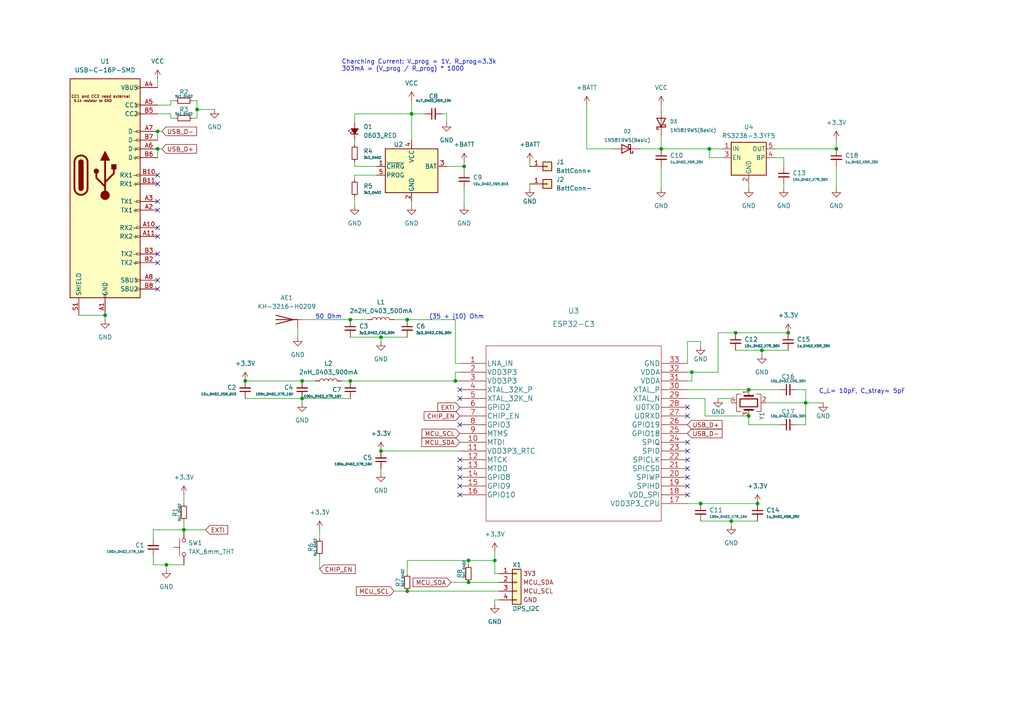
<source format=kicad_sch>
(kicad_sch (version 20211123) (generator eeschema)
  (paper "A4")
  (lib_symbols
    (symbol "1_diodes:1N5819WS(Basic)" (pin_numbers hide) (pin_names (offset 1.016) hide)
      (property "Reference" "D" (at 1 -1 0))
      (property "Value" "1N5819WS(Basic)" (at 1 -1 0))
      (symbol "1N5819WS(Basic)_1_1"
        (pin passive line (at -3.81 0 0) (length 2.54) (name "K") (number "1"))
        (pin passive line (at 3.81 0 180) (length 2.54) (name "A") (number "2"))
      )
    )
    (symbol "1_switch:TAK_6mm_THT" (pin_numbers hide) (pin_names (offset 1.016) hide)
      (property "Reference" "SW" (at 1.27 2.54 0))
      (property "Value" "TAK_6mm_THT" (at 0 -3.175 0))
      (symbol "TAK_6mm_THT_0_0"
        (pin passive line (at -5.08 0 0) (length 2.54) (name "2") (number "1"))
        (pin passive line (at 5.08 0 180) (length 2.54) (name "4") (number "2"))
      )
      (symbol "TAK_6mm_THT_0_1"
        (pin passive line (at -5.08 0 0) (length 2.54) (name "1") (number "1"))
        (pin passive line (at 5.08 0 180) (length 2.54) (name "3") (number "2"))
      )
    )
    (symbol "Connector_Generic:Conn_01x01" (pin_names (offset 1.016) hide)
      (property "Reference" "J" (at 0 2.54 0))
      (property "Value" "Conn_01x01" (at 0 -2.54 0))
      (symbol "Conn_01x01_1_1"
        (pin passive line (at -5.08 0 0) (length 3.81) (name "Pin_1") (number "1"))
      )
    )
    (symbol "DPS_connectors:DPS_I2C" (pin_names (offset 1.016) hide)
      (property "Reference" "J" (at 0 5.08 0))
      (property "Value" "DPS_I2C" (at 0 -7.62 0))
      (symbol "DPS_I2C_0_0"
        (text "3V3" (at 1.905 2.54 0) (effects (font (size 1.27 1.27)) (justify left)))
        (text "GND" (at 1.905 -5.08 0) (effects (font (size 1.27 1.27)) (justify left)))
        (text "MCU_SCL" (at 1.905 -2.54 0) (effects (font (size 1.27 1.27)) (justify left)))
        (text "MCU_SDA" (at 1.905 0 0) (effects (font (size 1.27 1.27)) (justify left)))
      )
      (symbol "DPS_I2C_1_1"
        (pin passive line (at -5.08 2.54 0) (length 3.81) (name "Pin_1") (number "1"))
        (pin passive line (at -5.08 0 0) (length 3.81) (name "Pin_2") (number "2"))
        (pin passive line (at -5.08 -2.54 0) (length 3.81) (name "Pin_3") (number "3"))
        (pin passive line (at -5.08 -5.08 0) (length 3.81) (name "Pin_4") (number "4"))
      )
    )
    (symbol "DPS_connectors:USB-C-16P-SMD"
      (property "Reference" "U" (at 0 36.83 0))
      (property "Value" "USB-C-16P-SMD" (at 0 34.29 0))
      (symbol "USB-C-16P-SMD_0_0"
        (text " 5.1k resistor to GND" (at -3.81 26.67 0) (effects (font (size 0.7 0.7))))
        (text "CC1 and CC2 need external" (at -1.27 27.94 0) (effects (font (size 0.8 0.8))))
      )
      (symbol "USB-C-16P-SMD_1_1"
        (pin passive line (at 0 -35.56 90) (length 5.08) (name "GND") (number "A1"))
        (pin bidirectional line (at 15.24 -10.16 180) (length 5.08) (name "RX2-") (number "A10"))
        (pin bidirectional line (at 15.24 -12.7 180) (length 5.08) (name "RX2+") (number "A11"))
        (pin passive line (at 0 -35.56 90) (length 5.08) hide (name "GND") (number "A12"))
        (pin bidirectional line (at 15.24 -5.08 180) (length 5.08) (name "TX1+") (number "A2"))
        (pin bidirectional line (at 15.24 -2.54 180) (length 5.08) (name "TX1-") (number "A3"))
        (pin passive line (at 15.24 30.48 180) (length 5.08) (name "VBUS") (number "A4"))
        (pin bidirectional line (at 15.24 25.4 180) (length 5.08) (name "CC1") (number "A5"))
        (pin bidirectional line (at 15.24 12.7 180) (length 5.08) (name "D+") (number "A6"))
        (pin bidirectional line (at 15.24 17.78 180) (length 5.08) (name "D-") (number "A7"))
        (pin bidirectional line (at 15.24 -25.4 180) (length 5.08) (name "SBU1") (number "A8"))
        (pin passive line (at 15.24 30.48 180) (length 5.08) hide (name "VBUS") (number "A9"))
        (pin passive line (at 0 -35.56 90) (length 5.08) hide (name "GND") (number "B1"))
        (pin bidirectional line (at 15.24 5.08 180) (length 5.08) (name "RX1-") (number "B10"))
        (pin bidirectional line (at 15.24 2.54 180) (length 5.08) (name "RX1+") (number "B11"))
        (pin passive line (at 0 -35.56 90) (length 5.08) hide (name "GND") (number "B12"))
        (pin bidirectional line (at 15.24 -20.32 180) (length 5.08) (name "TX2+") (number "B2"))
        (pin bidirectional line (at 15.24 -17.78 180) (length 5.08) (name "TX2-") (number "B3"))
        (pin passive line (at 15.24 30.48 180) (length 5.08) hide (name "VBUS") (number "B4"))
        (pin bidirectional line (at 15.24 22.86 180) (length 5.08) (name "CC2") (number "B5"))
        (pin bidirectional line (at 15.24 10.16 180) (length 5.08) (name "D+") (number "B6"))
        (pin bidirectional line (at 15.24 15.24 180) (length 5.08) (name "D-") (number "B7"))
        (pin bidirectional line (at 15.24 -27.94 180) (length 5.08) (name "SBU2") (number "B8"))
        (pin passive line (at 15.24 30.48 180) (length 5.08) hide (name "VBUS") (number "B9"))
        (pin passive line (at -7.62 -35.56 90) (length 5.08) (name "SHIELD") (number "S1"))
      )
    )
    (symbol "ESP32-C3:ESP32-C3" (pin_names (offset 0.254))
      (property "Reference" "U" (at 33.02 10.16 0))
      (property "Value" "ESP32-C3" (at 33.02 7.62 0))
      (property "Footprint" "ESP32-C3:ESP32-C3" (at 33.02 6.096 0))
      (symbol "ESP32-C3_1_1"
        (pin bidirectional line (at 0 0 0) (length 7.62) (name "LNA_IN") (number "1"))
        (pin bidirectional line (at 0 -22.86 0) (length 7.62) (name "MTDI") (number "10"))
        (pin power_in line (at 0 -25.4 0) (length 7.62) (name "VDD3P3_RTC") (number "11"))
        (pin bidirectional line (at 0 -27.94 0) (length 7.62) (name "MTCK") (number "12"))
        (pin bidirectional line (at 0 -30.48 0) (length 7.62) (name "MTDO") (number "13"))
        (pin bidirectional line (at 0 -33.02 0) (length 7.62) (name "GPIO8") (number "14"))
        (pin bidirectional line (at 0 -35.56 0) (length 7.62) (name "GPIO9") (number "15"))
        (pin bidirectional line (at 0 -38.1 0) (length 7.62) (name "GPIO10") (number "16"))
        (pin power_in line (at 66.04 -40.64 180) (length 7.62) (name "VDD3P3_CPU") (number "17"))
        (pin power_in line (at 66.04 -38.1 180) (length 7.62) (name "VDD_SPI") (number "18"))
        (pin bidirectional line (at 66.04 -35.56 180) (length 7.62) (name "SPIHD") (number "19"))
        (pin power_in line (at 0 -2.54 0) (length 7.62) (name "VDD3P3") (number "2"))
        (pin bidirectional line (at 66.04 -33.02 180) (length 7.62) (name "SPIWP") (number "20"))
        (pin bidirectional line (at 66.04 -30.48 180) (length 7.62) (name "SPICS0") (number "21"))
        (pin bidirectional line (at 66.04 -27.94 180) (length 7.62) (name "SPICLK") (number "22"))
        (pin bidirectional line (at 66.04 -25.4 180) (length 7.62) (name "SPID") (number "23"))
        (pin bidirectional line (at 66.04 -22.86 180) (length 7.62) (name "SPIQ") (number "24"))
        (pin bidirectional line (at 66.04 -20.32 180) (length 7.62) (name "GPIO18") (number "25"))
        (pin bidirectional line (at 66.04 -17.78 180) (length 7.62) (name "GPIO19") (number "26"))
        (pin bidirectional line (at 66.04 -15.24 180) (length 7.62) (name "U0RXD") (number "27"))
        (pin bidirectional line (at 66.04 -12.7 180) (length 7.62) (name "U0TXD") (number "28"))
        (pin output line (at 66.04 -10.16 180) (length 7.62) (name "XTAL_N") (number "29"))
        (pin power_in line (at 0 -5.08 0) (length 7.62) (name "VDD3P3") (number "3"))
        (pin input line (at 66.04 -7.62 180) (length 7.62) (name "XTAL_P") (number "30"))
        (pin power_in line (at 66.04 -5.08 180) (length 7.62) (name "VDDA") (number "31"))
        (pin power_in line (at 66.04 -2.54 180) (length 7.62) (name "VDDA") (number "32"))
        (pin power_in line (at 66.04 0 180) (length 7.62) (name "GND") (number "33"))
        (pin bidirectional line (at 0 -7.62 0) (length 7.62) (name "XTAL_32K_P") (number "4"))
        (pin bidirectional line (at 0 -10.16 0) (length 7.62) (name "XTAL_32K_N") (number "5"))
        (pin bidirectional line (at 0 -12.7 0) (length 7.62) (name "GPIO2") (number "6"))
        (pin input line (at 0 -15.24 0) (length 7.62) (name "CHIP_EN") (number "7"))
        (pin bidirectional line (at 0 -17.78 0) (length 7.62) (name "GPIO3") (number "8"))
        (pin bidirectional line (at 0 -20.32 0) (length 7.62) (name "MTMS") (number "9"))
      )
    )
    (symbol "ESP32-C3_Bib:10p_0402_C0G_50V" (pin_numbers hide) (pin_names (offset 0.254) hide)
      (property "Reference" "C" (at 0.254 1.778 0))
      (property "Value" "10p_0402_C0G_50V" (at 0.254 -2.032 0))
      (symbol "10p_0402_C0G_50V_1_1"
        (pin passive line (at 0 2.54 270) (length 2.032) (name "~") (number "1"))
        (pin passive line (at 0 -2.54 90) (length 2.032) (name "~") (number "2"))
      )
    )
    (symbol "ESP32-C3_Bib:2n2H_0403_500mA" (pin_numbers hide) (pin_names (offset 1.016) hide)
      (property "Reference" "L" (at -1.27 0 90))
      (property "Value" "2n2H_0403_500mA" (at 1.905 0 90))
      (symbol "2n2H_0403_500mA_1_1"
        (pin passive line (at 0 3.81 270) (length 1.27) (name "1") (number "1"))
        (pin passive line (at 0 -3.81 90) (length 1.27) (name "2") (number "2"))
      )
    )
    (symbol "ESP32-C3_Bib:2nH_0403_900mA" (pin_numbers hide) (pin_names (offset 1.016) hide)
      (property "Reference" "L" (at -1.27 0 90))
      (property "Value" "2nH_0403_900mA" (at 1.905 0 90))
      (symbol "2nH_0403_900mA_1_1"
        (pin passive line (at 0 3.81 270) (length 1.27) (name "1") (number "1"))
        (pin passive line (at 0 -3.81 90) (length 1.27) (name "2") (number "2"))
      )
    )
    (symbol "ESP32-C3_Bib:3p3_0402_C0G_50V" (pin_numbers hide) (pin_names (offset 0.254) hide)
      (property "Reference" "C" (at 0.254 1.778 0))
      (property "Value" "3p3_0402_C0G_50V" (at 0.254 -2.032 0))
      (symbol "3p3_0402_C0G_50V_1_1"
        (pin passive line (at 0 2.54 270) (length 2.032) (name "~") (number "1"))
        (pin passive line (at 0 -2.54 90) (length 2.032) (name "~") (number "2"))
      )
    )
    (symbol "ESP32-C3_Bib:40MHz_S3240000151040" (pin_names (offset 1.016) hide)
      (property "Reference" "Y" (at 3.175 5.08 0))
      (property "Value" "40MHz_S3240000151040" (at 3.175 3.175 0))
      (symbol "40MHz_S3240000151040_1_1"
        (pin bidirectional line (at -3.81 0 0) (length 1.27) (name "OSC1") (number "1"))
        (pin power_in line (at 0 5.08 270) (length 1.27) (name "GND") (number "2"))
        (pin bidirectional line (at 3.81 0 180) (length 1.27) (name "OSC2") (number "3"))
        (pin power_in line (at 0 -5.08 90) (length 1.27) (name "GND") (number "4"))
      )
    )
    (symbol "ESP32-C3_Bib:4u7_0402_X5R_10V" (pin_numbers hide) (pin_names (offset 0.254) hide)
      (property "Reference" "C" (at 0.254 1.778 0))
      (property "Value" "4u7_0402_X5R_10V" (at 0.254 -2.032 0))
      (symbol "4u7_0402_X5R_10V_1_1"
        (pin passive line (at 0 2.54 270) (length 2.032) (name "~") (number "1"))
        (pin passive line (at 0 -2.54 90) (length 2.032) (name "~") (number "2"))
      )
    )
    (symbol "ESP32-C3_Bib:KH-3216-H0209" (pin_numbers hide) (pin_names (offset 1.016) hide)
      (property "Reference" "AE" (at -1.905 1.905 0))
      (property "Value" "KH-3216-H0209" (at -1.905 0 0))
      (symbol "KH-3216-H0209_0_0"
        (pin power_in line (at 2.54 -3.81 180) (length 2.54) (name "GND") (number "2"))
      )
      (symbol "KH-3216-H0209_1_1"
        (pin input line (at 0 -5.08 90) (length 2.54) (name "A") (number "1"))
      )
    )
    (symbol "ESP32-C3_Bib:RS3236-3.3YF5" (pin_names (offset 0.254))
      (property "Reference" "U" (at -3.81 5.715 0))
      (property "Value" "RS3236-3.3YF5" (at 0 5.715 0))
      (property "LCSC" "C379349" (at 0 0 0))
      (symbol "RS3236-3.3YF5_1_1"
        (pin power_in line (at -7.62 2.54 0) (length 2.54) (name "IN") (number "1"))
        (pin power_in line (at 0 -7.62 90) (length 2.54) (name "GND") (number "2"))
        (pin input line (at -7.62 0 0) (length 2.54) (name "EN") (number "3"))
        (pin output line (at 7.62 0 180) (length 2.54) (name "BP") (number "4"))
        (pin power_out line (at 7.62 2.54 180) (length 2.54) (name "OUT") (number "5"))
      )
    )
    (symbol "ESP32-C3_Bib:XT4052K421MR-G" (pin_names (offset 0.254))
      (property "Reference" "U" (at -5.842 6.604 0))
      (property "Value" "XT4052K421MR-G" (at 1.524 6.604 0))
      (property "LCSC" "C219048" (at 0 0 0))
      (symbol "XT4052K421MR-G_1_1"
        (pin open_collector line (at -10.16 0 0) (length 2.54) (name "~{CHRG}") (number "1"))
        (pin power_in line (at 0 -10.16 90) (length 2.54) (name "GND") (number "2"))
        (pin power_out line (at 10.16 0 180) (length 2.54) (name "BAT") (number "3"))
        (pin power_in line (at 0 7.62 270) (length 2.54) (name "VCC") (number "4"))
        (pin bidirectional line (at -10.16 -2.54 0) (length 2.54) (name "PROG") (number "5"))
      )
    )
    (symbol "capacitor_smd_standard:100n_0402_X7R_16V" (pin_numbers hide) (pin_names (offset 0.254) hide)
      (property "Reference" "C" (at 0.254 1.778 0))
      (property "Value" "100n_0402_X7R_16V" (at 0.254 -2.032 0))
      (symbol "100n_0402_X7R_16V_1_1"
        (pin passive line (at 0 2.54 270) (length 2.032) (name "~") (number "1"))
        (pin passive line (at 0 -2.54 90) (length 2.032) (name "~") (number "2"))
      )
    )
    (symbol "capacitor_smd_standard:10n_0402_X7R_50V" (pin_numbers hide) (pin_names (offset 0.254) hide)
      (property "Reference" "C" (at 0.254 1.778 0))
      (property "Value" "10n_0402_X7R_50V" (at 0.254 -2.032 0))
      (symbol "10n_0402_X7R_50V_1_1"
        (pin passive line (at 0 2.54 270) (length 2.032) (name "~") (number "1"))
        (pin passive line (at 0 -2.54 90) (length 2.032) (name "~") (number "2"))
      )
    )
    (symbol "capacitor_smd_standard:10u_0402_X5R_6V3" (pin_numbers hide) (pin_names (offset 0.254) hide)
      (property "Reference" "C" (at 0.254 1.778 0))
      (property "Value" "10u_0402_X5R_6V3" (at 0.254 -2.032 0))
      (symbol "10u_0402_X5R_6V3_1_1"
        (pin passive line (at 0 2.54 270) (length 2.032) (name "~") (number "1"))
        (pin passive line (at 0 -2.54 90) (length 2.032) (name "~") (number "2"))
      )
    )
    (symbol "capacitor_smd_standard:1u_0402_X5R_25V" (pin_numbers hide) (pin_names (offset 0.254) hide)
      (property "Reference" "C" (at 0.254 1.778 0))
      (property "Value" "1u_0402_X5R_25V" (at 0.254 -2.032 0))
      (symbol "1u_0402_X5R_25V_1_1"
        (pin passive line (at 0 2.54 270) (length 2.032) (name "~") (number "1"))
        (pin passive line (at 0 -2.54 90) (length 2.032) (name "~") (number "2"))
      )
    )
    (symbol "led:0603_RED" (pin_numbers hide) (pin_names (offset 0.254) hide)
      (property "Reference" "D" (at -1.27 3.175 0))
      (property "Value" "0603_RED" (at -4.445 -2.54 0))
      (symbol "0603_RED_1_1"
        (pin passive line (at -2.54 0 0) (length 1.778) (name "K") (number "1"))
        (pin passive line (at 2.54 0 180) (length 1.778) (name "A") (number "2"))
      )
    )
    (symbol "power:+3.3V" (power) (pin_names (offset 0))
      (property "Value" "+3.3V" (at 0 3.556 0))
      (symbol "+3.3V_1_1"
        (pin power_in line (at 0 0 90) (length 0) hide (name "+3.3V") (number "1"))
      )
    )
    (symbol "power:+BATT" (power) (pin_names (offset 0))
      (property "Value" "+BATT" (at 0 3.556 0))
      (symbol "+BATT_1_1"
        (pin power_in line (at 0 0 90) (length 0) hide (name "+BATT") (number "1"))
      )
    )
    (symbol "power:GND" (power) (pin_names (offset 0))
      (property "Value" "GND" (at 0 -3.81 0))
      (symbol "GND_1_1"
        (pin power_in line (at 0 0 270) (length 0) hide (name "GND") (number "1"))
      )
    )
    (symbol "power:VCC" (power) (pin_names (offset 0))
      (property "Value" "VCC" (at 0 3.81 0))
      (symbol "VCC_1_1"
        (pin power_in line (at 0 0 90) (length 0) hide (name "VCC") (number "1"))
      )
    )
    (symbol "resistor_smd_standard:3k3_0402" (pin_numbers hide) (pin_names (offset 0.254) hide)
      (property "Reference" "R" (at 1.27 1.27 0))
      (property "Value" "3k3_0402" (at 1.27 0 0))
      (symbol "3k3_0402_1_1"
        (pin passive line (at 0 2.54 270) (length 0.762) (name "~") (number "1"))
        (pin passive line (at 0 -2.54 90) (length 0.762) (name "~") (number "2"))
      )
    )
    (symbol "resistor_smd_standard:5k1_0402" (pin_numbers hide) (pin_names (offset 0.254) hide)
      (property "Reference" "R" (at 1.27 1.27 0))
      (property "Value" "5k1_0402" (at 1.27 0 0))
      (symbol "5k1_0402_1_1"
        (pin passive line (at 0 2.54 270) (length 0.762) (name "~") (number "1"))
        (pin passive line (at 0 -2.54 90) (length 0.762) (name "~") (number "2"))
      )
    )
  )
  (junction (at 217.17 120.65))
  (junction (at 119.38 33.02))
  (junction (at 217.17 113.03))
  (junction (at 242.57 43.18))
  (junction (at 118.11 92.71))
  (junction (at 87.63 110.49))
  (junction (at 30.48 91.44))
  (junction (at 132.08 110.49))
  (junction (at 71.12 110.49))
  (junction (at 135.89 162.56))
  (junction (at 48.26 163.83))
  (junction (at 205.74 43.18))
  (junction (at 45.72 43.18))
  (junction (at 135.89 168.91))
  (junction (at 110.49 97.79))
  (junction (at 134.62 48.26))
  (junction (at 57.15 31.75))
  (junction (at 118.11 171.45))
  (junction (at 200.66 107.95))
  (junction (at 213.36 96.52))
  (junction (at 219.71 146.05))
  (junction (at 228.6 96.52))
  (junction (at 143.51 162.56))
  (junction (at 101.6 92.71))
  (junction (at 53.34 153.67))
  (junction (at 110.49 130.81))
  (junction (at 203.2 146.05))
  (junction (at 220.98 101.6))
  (junction (at 87.63 115.57))
  (junction (at 233.68 116.84))
  (junction (at 212.09 151.13))
  (junction (at 101.6 110.49))
  (junction (at 191.77 43.18))
  (junction (at 45.72 38.1))
  (no_connect (at 199.39 140.97))
  (no_connect (at 199.39 143.51))
  (no_connect (at 199.39 133.35))
  (no_connect (at 199.39 135.89))
  (no_connect (at 199.39 138.43))
  (no_connect (at 199.39 118.11))
  (no_connect (at 199.39 130.81))
  (no_connect (at 199.39 120.65))
  (no_connect (at 199.39 128.27))
  (no_connect (at 133.35 115.57))
  (no_connect (at 133.35 133.35))
  (no_connect (at 133.35 123.19))
  (no_connect (at 133.35 135.89))
  (no_connect (at 133.35 138.43))
  (no_connect (at 133.35 140.97))
  (no_connect (at 133.35 143.51))
  (no_connect (at 133.35 113.03))
  (no_connect (at 45.72 66.04))
  (no_connect (at 45.72 68.58))
  (no_connect (at 45.72 73.66))
  (no_connect (at 45.72 76.2))
  (no_connect (at 45.72 58.42))
  (no_connect (at 45.72 60.96))
  (no_connect (at 45.72 81.28))
  (no_connect (at 45.72 83.82))
  (no_connect (at 45.72 53.34))
  (no_connect (at 45.72 50.8))
  (wire (pts (xy 129.54 33.02) (xy 128.27 33.02)))
  (wire (pts (xy 199.39 107.95) (xy 200.66 107.95)))
  (wire (pts (xy 212.09 116.84) (xy 212.09 115.57)))
  (wire (pts (xy 102.87 48.26) (xy 102.87 46.99)))
  (wire (pts (xy 220.98 101.6) (xy 228.6 101.6)))
  (wire (pts (xy 129.54 48.26) (xy 134.62 48.26)))
  (wire (pts (xy 102.87 50.8) (xy 102.87 52.07)))
  (wire (pts (xy 22.86 91.44) (xy 30.48 91.44)))
  (wire (pts (xy 57.15 29.21) (xy 57.15 31.75)))
  (wire (pts (xy 231.14 113.03) (xy 233.68 113.03)))
  (wire (pts (xy 87.63 115.57) (xy 101.6 115.57)))
  (wire (pts (xy 132.08 110.49) (xy 133.35 110.49)))
  (wire (pts (xy 204.47 120.65) (xy 217.17 120.65)))
  (wire (pts (xy 134.62 54.61) (xy 134.62 59.69)))
  (wire (pts (xy 242.57 40.64) (xy 242.57 43.18)))
  (wire (pts (xy 102.87 40.64) (xy 102.87 41.91)))
  (wire (pts (xy 53.34 151.13) (xy 53.34 153.67)))
  (wire (pts (xy 132.08 92.71) (xy 132.08 105.41)))
  (wire (pts (xy 101.6 97.79) (xy 110.49 97.79)))
  (wire (pts (xy 86.36 95.25) (xy 86.36 97.79)))
  (wire (pts (xy 204.47 120.65) (xy 204.47 115.57)))
  (wire (pts (xy 119.38 33.02) (xy 119.38 40.64)))
  (wire (pts (xy 135.89 162.56) (xy 135.89 163.83)))
  (wire (pts (xy 44.45 163.83) (xy 48.26 163.83)))
  (wire (pts (xy 110.49 97.79) (xy 118.11 97.79)))
  (wire (pts (xy 48.26 163.83) (xy 53.34 163.83)))
  (wire (pts (xy 129.54 33.02) (xy 129.54 35.56)))
  (wire (pts (xy 92.71 153.67) (xy 92.71 156.21)))
  (wire (pts (xy 57.15 31.75) (xy 62.23 31.75)))
  (wire (pts (xy 217.17 54.61) (xy 217.17 53.34)))
  (wire (pts (xy 208.28 96.52) (xy 213.36 96.52)))
  (wire (pts (xy 134.62 48.26) (xy 134.62 49.53)))
  (wire (pts (xy 119.38 29.21) (xy 119.38 33.02)))
  (wire (pts (xy 114.3 171.45) (xy 118.11 171.45)))
  (wire (pts (xy 101.6 92.71) (xy 106.68 92.71)))
  (wire (pts (xy 170.18 43.18) (xy 177.8 43.18)))
  (wire (pts (xy 199.39 113.03) (xy 217.17 113.03)))
  (wire (pts (xy 57.15 31.75) (xy 57.15 34.29)))
  (wire (pts (xy 92.71 161.29) (xy 92.71 165.1)))
  (wire (pts (xy 144.78 166.37) (xy 143.51 166.37)))
  (wire (pts (xy 101.6 110.49) (xy 132.08 110.49)))
  (wire (pts (xy 87.63 110.49) (xy 91.44 110.49)))
  (wire (pts (xy 114.3 92.71) (xy 118.11 92.71)))
  (wire (pts (xy 110.49 130.81) (xy 133.35 130.81)))
  (wire (pts (xy 99.06 110.49) (xy 101.6 110.49)))
  (wire (pts (xy 199.39 105.41) (xy 199.39 99.06)))
  (wire (pts (xy 119.38 58.42) (xy 119.38 59.69)))
  (wire (pts (xy 224.79 43.18) (xy 242.57 43.18)))
  (wire (pts (xy 45.72 33.02) (xy 49.53 33.02)))
  (wire (pts (xy 153.67 46.99) (xy 153.67 48.26)))
  (wire (pts (xy 204.47 115.57) (xy 199.39 115.57)))
  (wire (pts (xy 134.62 46.99) (xy 134.62 48.26)))
  (wire (pts (xy 224.79 45.72) (xy 227.33 45.72)))
  (wire (pts (xy 199.39 99.06) (xy 203.2 99.06)))
  (wire (pts (xy 220.98 101.6) (xy 220.98 102.87)))
  (wire (pts (xy 199.39 110.49) (xy 200.66 110.49)))
  (wire (pts (xy 102.87 35.56) (xy 102.87 33.02)))
  (wire (pts (xy 45.72 25.4) (xy 45.72 22.86)))
  (wire (pts (xy 102.87 33.02) (xy 119.38 33.02)))
  (wire (pts (xy 205.74 45.72) (xy 205.74 43.18)))
  (wire (pts (xy 231.14 123.19) (xy 233.68 123.19)))
  (wire (pts (xy 45.72 43.18) (xy 45.72 45.72)))
  (wire (pts (xy 135.89 168.91) (xy 144.78 168.91)))
  (wire (pts (xy 212.09 115.57) (xy 208.28 115.57)))
  (wire (pts (xy 44.45 161.29) (xy 44.45 163.83)))
  (wire (pts (xy 217.17 120.65) (xy 217.17 123.19)))
  (wire (pts (xy 53.34 143.51) (xy 53.34 146.05)))
  (wire (pts (xy 233.68 113.03) (xy 233.68 116.84)))
  (wire (pts (xy 227.33 53.34) (xy 227.33 54.61)))
  (wire (pts (xy 217.17 113.03) (xy 226.06 113.03)))
  (wire (pts (xy 87.63 92.71) (xy 101.6 92.71)))
  (wire (pts (xy 203.2 99.06) (xy 203.2 100.33)))
  (wire (pts (xy 170.18 30.48) (xy 170.18 43.18)))
  (wire (pts (xy 110.49 97.79) (xy 110.49 99.06)))
  (wire (pts (xy 227.33 45.72) (xy 227.33 48.26)))
  (wire (pts (xy 144.78 173.99) (xy 143.51 173.99)))
  (wire (pts (xy 49.53 33.02) (xy 49.53 34.29)))
  (wire (pts (xy 133.35 107.95) (xy 132.08 107.95)))
  (wire (pts (xy 55.88 34.29) (xy 57.15 34.29)))
  (wire (pts (xy 209.55 45.72) (xy 205.74 45.72)))
  (wire (pts (xy 143.51 160.02) (xy 143.51 162.56)))
  (wire (pts (xy 48.26 163.83) (xy 48.26 165.1)))
  (wire (pts (xy 191.77 43.18) (xy 205.74 43.18)))
  (wire (pts (xy 191.77 30.48) (xy 191.77 31.75)))
  (wire (pts (xy 71.12 115.57) (xy 87.63 115.57)))
  (wire (pts (xy 71.12 110.49) (xy 87.63 110.49)))
  (wire (pts (xy 45.72 38.1) (xy 46.99 38.1)))
  (wire (pts (xy 130.81 168.91) (xy 135.89 168.91)))
  (wire (pts (xy 110.49 135.89) (xy 110.49 137.16)))
  (wire (pts (xy 143.51 173.99) (xy 143.51 175.26)))
  (wire (pts (xy 102.87 57.15) (xy 102.87 59.69)))
  (wire (pts (xy 233.68 123.19) (xy 233.68 116.84)))
  (wire (pts (xy 119.38 33.02) (xy 123.19 33.02)))
  (wire (pts (xy 203.2 151.13) (xy 212.09 151.13)))
  (wire (pts (xy 212.09 151.13) (xy 212.09 152.4)))
  (wire (pts (xy 87.63 115.57) (xy 87.63 116.84)))
  (wire (pts (xy 212.09 151.13) (xy 219.71 151.13)))
  (wire (pts (xy 118.11 92.71) (xy 132.08 92.71)))
  (wire (pts (xy 135.89 162.56) (xy 143.51 162.56)))
  (wire (pts (xy 44.45 153.67) (xy 53.34 153.67)))
  (wire (pts (xy 153.67 53.34) (xy 153.67 54.61)))
  (wire (pts (xy 213.36 101.6) (xy 220.98 101.6)))
  (wire (pts (xy 49.53 29.21) (xy 50.8 29.21)))
  (wire (pts (xy 109.22 48.26) (xy 102.87 48.26)))
  (wire (pts (xy 191.77 39.37) (xy 191.77 43.18)))
  (wire (pts (xy 132.08 107.95) (xy 132.08 110.49)))
  (wire (pts (xy 203.2 146.05) (xy 219.71 146.05)))
  (wire (pts (xy 233.68 116.84) (xy 238.76 116.84)))
  (wire (pts (xy 118.11 162.56) (xy 135.89 162.56)))
  (wire (pts (xy 45.72 38.1) (xy 45.72 40.64)))
  (wire (pts (xy 205.74 43.18) (xy 209.55 43.18)))
  (wire (pts (xy 191.77 48.26) (xy 191.77 54.61)))
  (wire (pts (xy 55.88 29.21) (xy 57.15 29.21)))
  (wire (pts (xy 143.51 162.56) (xy 143.51 166.37)))
  (wire (pts (xy 242.57 48.26) (xy 242.57 54.61)))
  (wire (pts (xy 45.72 43.18) (xy 46.99 43.18)))
  (wire (pts (xy 53.34 153.67) (xy 59.69 153.67)))
  (wire (pts (xy 118.11 171.45) (xy 144.78 171.45)))
  (wire (pts (xy 118.11 166.37) (xy 118.11 162.56)))
  (wire (pts (xy 45.72 30.48) (xy 49.53 30.48)))
  (wire (pts (xy 185.42 43.18) (xy 191.77 43.18)))
  (wire (pts (xy 49.53 30.48) (xy 49.53 29.21)))
  (wire (pts (xy 200.66 110.49) (xy 200.66 107.95)))
  (wire (pts (xy 132.08 105.41) (xy 133.35 105.41)))
  (wire (pts (xy 44.45 156.21) (xy 44.45 153.67)))
  (wire (pts (xy 213.36 96.52) (xy 228.6 96.52)))
  (wire (pts (xy 222.25 116.84) (xy 233.68 116.84)))
  (wire (pts (xy 208.28 107.95) (xy 208.28 96.52)))
  (wire (pts (xy 102.87 50.8) (xy 109.22 50.8)))
  (wire (pts (xy 200.66 107.95) (xy 208.28 107.95)))
  (wire (pts (xy 30.48 91.44) (xy 30.48 92.71)))
  (wire (pts (xy 199.39 146.05) (xy 203.2 146.05)))
  (wire (pts (xy 217.17 123.19) (xy 226.06 123.19)))
  (wire (pts (xy 49.53 34.29) (xy 50.8 34.29)))
  (text "Charching Current: V_prog = 1V, R_prog=3.3k \n303mA = (V_prog / R_prog) * 1000\n\n" (at 99.06 22.86 0) (effects (font (size 1.27 1.27)) (justify left bottom)))
  (text "50 Ohm\n" (at 91.44 92.71 0) (effects (font (size 1.27 1.27)) (justify left bottom)))
  (text "(35 + j10) Ohm" (at 124.46 92.71 0) (effects (font (size 1.27 1.27)) (justify left bottom)))
  (text "C_L= 10pF, C_stray= 5pF" (at 237.49 114.3 0) (effects (font (size 1.27 1.27)) (justify left bottom)))
  (global_label "MCU_SCL" (shape input) (at 114.3 171.45 180) (property "Intersheet References" "${INTERSHEET_REFS}" (effects hide)))
  (global_label "MCU_SCL" (shape input) (at 133.35 125.73 180) (property "Intersheet References" "${INTERSHEET_REFS}" (effects hide)))
  (global_label "USB_D-" (shape input) (at 46.99 38.1 0) (property "Intersheet References" "${INTERSHEET_REFS}" (effects hide)))
  (global_label "USB_D-" (shape input) (at 199.39 125.73 0) (property "Intersheet References" "${INTERSHEET_REFS}" (effects hide)))
  (global_label "EXTI" (shape input) (at 59.69 153.67 0) (property "Intersheet References" "${INTERSHEET_REFS}" (effects hide)))
  (global_label "EXTI" (shape input) (at 133.35 118.11 180) (property "Intersheet References" "${INTERSHEET_REFS}" (effects hide)))
  (global_label "USB_D+" (shape input) (at 46.99 43.18 0) (property "Intersheet References" "${INTERSHEET_REFS}" (effects hide)))
  (global_label "MCU_SDA" (shape input) (at 133.35 128.27 180) (property "Intersheet References" "${INTERSHEET_REFS}" (effects hide)))
  (global_label "USB_D+" (shape input) (at 199.39 123.19 0) (property "Intersheet References" "${INTERSHEET_REFS}" (effects hide)))
  (global_label "MCU_SDA" (shape input) (at 130.81 168.91 180) (property "Intersheet References" "${INTERSHEET_REFS}" (effects hide)))
  (global_label "CHIP_EN" (shape input) (at 133.35 120.65 180) (property "Intersheet References" "${INTERSHEET_REFS}" (effects hide)))
  (global_label "CHIP_EN" (shape input) (at 92.71 165.1 0) (property "Intersheet References" "${INTERSHEET_REFS}" (effects hide)))
  (symbol (lib_id "ESP32-C3_Bib:10p_0402_C0G_50V") (at 228.6 113.03 90) (unit 1)
    (property "Reference" "C16" (at 228.6 109.22 90))
    (property "Value" "10p_0402_C0G_50V" (at 228.6 110.49 90) (effects (font (size 0.7 0.7))))
    (property "Footprint" "Capacitor_SMD:C_0402_1005Metric" (effects hide))
    (property "Datasheet" "https://datasheet.lcsc.com/lcsc/1810261513_Samsung-Electro-Mechanics-CL10C100JB8NNNC_C1634.pdf" (effects hide))
    (property "LCSC" "C1634" (effects hide))
    (property "Price800" "0.0037" (effects hide))
  )
  (symbol (lib_id "power:GND") (at 110.49 137.16 0) (unit 1)
    (property "Reference" "#PWR09" (effects hide))
    (property "Value" "GND" (at 110.49 142.24 0))
  )
  (symbol (lib_id "power:+3.3V") (at 228.6 96.52 0) (unit 1)
    (property "Reference" "#PWR033" (effects hide))
    (property "Value" "+3.3V" (at 228.6 91.44 0))
  )
  (symbol (lib_id "power:+3.3V") (at 143.51 160.02 0) (unit 1)
    (property "Reference" "#PWR035" (effects hide))
    (property "Value" "+3.3V" (at 143.51 154.94 0))
  )
  (symbol (lib_id "capacitor_smd_standard:100n_0402_X7R_16V") (at 87.63 113.03 0) (mirror x) (unit 1)
    (property "Reference" "C4" (at 85.09 112.3885 0) (effects (justify right)))
    (property "Value" "100n_0402_X7R_16V" (at 85.09 114.2936 0) (effects (font (size 0.7 0.7)) (justify right)))
    (property "Footprint" "Capacitor_SMD:C_0402_1005Metric" (effects hide))
    (property "Datasheet" "https://datasheet.lcsc.com/lcsc/1810191219_Samsung-Electro-Mechanics-CL05B104KO5NNNC_C1525.pdf" (effects hide))
    (property "LCSC" "C1525" (effects hide))
    (property "Price1000" "0.0006" (effects hide))
  )
  (symbol (lib_id "capacitor_smd_standard:10u_0402_X5R_6V3") (at 71.12 113.03 0) (mirror x) (unit 1)
    (property "Reference" "C2" (at 68.58 112.3885 0) (effects (justify right)))
    (property "Value" "10u_0402_X5R_6V3" (at 68.58 114.2936 0) (effects (font (size 0.7 0.7)) (justify right)))
    (property "Footprint" "Capacitor_SMD:C_0402_1005Metric" (effects hide))
    (property "Datasheet" "https://datasheet.lcsc.com/lcsc/1810191215_Samsung-Electro-Mechanics-CL05A106MQ5NUNC_C15525.pdf" (effects hide))
    (property "LCSC" "C15525" (effects hide))
    (property "Price1000" "0.0027" (effects hide))
  )
  (symbol (lib_id "power:GND") (at 102.87 59.69 0) (unit 1)
    (property "Reference" "#PWR06" (effects hide))
    (property "Value" "GND" (at 102.87 64.77 0))
  )
  (symbol (lib_id "Connector_Generic:Conn_01x01") (at 158.75 53.34 0) (unit 1)
    (property "Reference" "J2" (at 161.29 52.0699 0) (effects (justify left)))
    (property "Value" "BattConn-" (at 161.29 54.6099 0) (effects (justify left)))
    (property "Footprint" "Connector_PinSocket_2.54mm:PinSocket_1x01_P2.54mm_Vertical" (effects hide))
  )
  (symbol (lib_id "1_switch:TAK_6mm_THT") (at 53.34 158.75 90) (unit 1)
    (property "Reference" "SW1" (at 54.61 157.4799 90) (effects (justify right)))
    (property "Value" "TAK_6mm_THT" (at 54.61 160.0199 90) (effects (justify right)))
    (property "Footprint" "Button_Switch_THT:SW_PUSH_6mm_H5mm" (effects hide))
    (property "Datasheet" "https://datasheet.lcsc.com/lcsc/2108252230_BZCN-TSD001A05018A_C2888545.pdf" (effects hide))
    (property "LCSC" "C2888545" (effects hide))
  )
  (symbol (lib_id "resistor_smd_standard:5k1_0402") (at 118.11 168.91 180) (unit 1)
    (property "Reference" "R7" (at 115.57 168.91 90))
    (property "Value" "5k1_0402" (at 116.84 167.64 90) (effects (font (size 0.7 0.7))))
    (property "Footprint" "Resistor_SMD:R_0402_1005Metric" (effects hide))
    (property "Datasheet" "https://datasheet.lcsc.com/lcsc/2110260030_UNI-ROYAL-Uniroyal-Elec-0402WGF5101TCE_C25905.pdf" (effects hide))
    (property "LCSC" "C25905" (effects hide))
    (property "Tollerance" "1%" (effects hide))
    (property "Description" "±1% 1/16W Thick Film Resistors 50V ±100ppm/℃ -55℃~+155℃ 5.1kΩ 0402 Chip Resistor - Surface Mount ROHS" (effects hide))
    (property "Voltage" "50V" (effects hide))
  )
  (symbol (lib_id "capacitor_smd_standard:1u_0402_X5R_25V") (at 219.71 148.59 0) (unit 1)
    (property "Reference" "C14" (at 222.25 147.9612 0) (effects (justify left)))
    (property "Value" "1u_0402_X5R_25V" (at 222.25 149.8663 0) (effects (font (size 0.7 0.7)) (justify left)))
    (property "Footprint" "Capacitor_SMD:C_0402_1005Metric" (effects hide))
    (property "Datasheet" "https://datasheet.lcsc.com/lcsc/1811091611_Samsung-Electro-Mechanics-CL05A105KA5NQNC_C52923.pdf" (effects hide))
    (property "LCSC" "C52923" (effects hide))
    (property "Price1000" "0.0020" (effects hide))
  )
  (symbol (lib_id "ESP32-C3_Bib:RS3236-3.3YF5") (at 217.17 45.72 0) (unit 1)
    (property "Reference" "U4" (at 217.17 36.83 0))
    (property "Value" "RS3236-3.3YF5" (at 217.17 39.37 0))
    (property "Footprint" "Package_TO_SOT_SMD:SOT-23-5" (effects hide))
    (property "Datasheet" "https://datasheet.lcsc.com/lcsc/2202251530_Jiangsu-RUNIC-Tech-RS3236-3-3YF5_C379349.pdf" (effects hide))
    (property "LCSC" "C379349" (effects hide))
  )
  (symbol (lib_id "power:+3.3V") (at 71.12 110.49 0) (unit 1)
    (property "Reference" "#PWR017" (effects hide))
    (property "Value" "+3.3V" (at 71.12 105.41 0))
  )
  (symbol (lib_id "ESP32-C3_Bib:2nH_0403_900mA") (at 95.25 110.49 90) (unit 1)
    (property "Reference" "L2" (at 95.25 105.41 90))
    (property "Value" "2nH_0403_900mA" (at 95.25 107.95 90))
    (property "Footprint" "Resistor_SMD:R_0402_1005Metric" (effects hide))
    (property "Datasheet" "https://datasheet.lcsc.com/lcsc/1810201309_Murata-Electronics-LQG15HS2N0S02D_C18216.pdf" (effects hide))
    (property "LCSC" "C18216" (effects hide))
  )
  (symbol (lib_id "power:GND") (at 220.98 102.87 0) (unit 1)
    (property "Reference" "#PWR024" (effects hide))
    (property "Value" "GND" (at 220.98 107.95 0))
  )
  (symbol (lib_id "ESP32-C3_Bib:2n2H_0403_500mA") (at 110.49 92.71 90) (unit 1)
    (property "Reference" "L1" (at 110.49 87.63 90))
    (property "Value" "2n2H_0403_500mA" (at 110.49 90.17 90))
    (property "Footprint" "Resistor_SMD:R_0402_1005Metric" (effects hide))
    (property "Datasheet" "https://datasheet.lcsc.com/lcsc/1809051312_TDK-MLK1005S2N2ST000_C76790.pdf" (effects hide))
    (property "LCSC" "C76790" (effects hide))
  )
  (symbol (lib_id "power:GND") (at 212.09 152.4 0) (unit 1)
    (property "Reference" "#PWR022" (effects hide))
    (property "Value" "GND" (at 212.09 157.48 0))
  )
  (symbol (lib_id "resistor_smd_standard:5k1_0402") (at 135.89 166.37 180) (unit 1)
    (property "Reference" "R8" (at 133.35 166.37 90))
    (property "Value" "5k1_0402" (at 134.62 165.1 90) (effects (font (size 0.7 0.7))))
    (property "Footprint" "Resistor_SMD:R_0402_1005Metric" (effects hide))
    (property "Datasheet" "https://datasheet.lcsc.com/lcsc/2110260030_UNI-ROYAL-Uniroyal-Elec-0402WGF5101TCE_C25905.pdf" (effects hide))
    (property "LCSC" "C25905" (effects hide))
    (property "Tollerance" "1%" (effects hide))
    (property "Description" "±1% 1/16W Thick Film Resistors 50V ±100ppm/℃ -55℃~+155℃ 5.1kΩ 0402 Chip Resistor - Surface Mount ROHS" (effects hide))
    (property "Voltage" "50V" (effects hide))
  )
  (symbol (lib_id "power:+3.3V") (at 242.57 40.64 0) (unit 1)
    (property "Reference" "#PWR025" (effects hide))
    (property "Value" "+3.3V" (at 242.57 35.56 0))
  )
  (symbol (lib_id "ESP32-C3_Bib:10p_0402_C0G_50V") (at 228.6 123.19 90) (unit 1)
    (property "Reference" "C17" (at 228.6 119.38 90))
    (property "Value" "10p_0402_C0G_50V" (at 228.6 120.65 90) (effects (font (size 0.7 0.7))))
    (property "Footprint" "Capacitor_SMD:C_0402_1005Metric" (effects hide))
    (property "Datasheet" "https://datasheet.lcsc.com/lcsc/1810261513_Samsung-Electro-Mechanics-CL10C100JB8NNNC_C1634.pdf" (effects hide))
    (property "LCSC" "C1634" (effects hide))
    (property "Price800" "0.0037" (effects hide))
  )
  (symbol (lib_id "power:+3.3V") (at 110.49 130.81 0) (unit 1)
    (property "Reference" "#PWR029" (effects hide))
    (property "Value" "+3.3V" (at 110.49 125.73 0))
  )
  (symbol (lib_id "resistor_smd_standard:5k1_0402") (at 53.34 34.29 90) (unit 1)
    (property "Reference" "R3" (at 53.34 31.75 90))
    (property "Value" "5k1_0402" (at 53.34 33.02 90) (effects (font (size 0.7 0.7))))
    (property "Footprint" "Resistor_SMD:R_0402_1005Metric" (effects hide))
    (property "Datasheet" "https://datasheet.lcsc.com/lcsc/2110260030_UNI-ROYAL-Uniroyal-Elec-0402WGF5101TCE_C25905.pdf" (effects hide))
    (property "LCSC" "C25905" (effects hide))
    (property "Tollerance" "1%" (effects hide))
    (property "Description" "±1% 1/16W Thick Film Resistors 50V ±100ppm/℃ -55℃~+155℃ 5.1kΩ 0402 Chip Resistor - Surface Mount ROHS" (effects hide))
    (property "Voltage" "50V" (effects hide))
  )
  (symbol (lib_id "power:VCC") (at 45.72 22.86 0) (unit 1)
    (property "Reference" "#PWR02" (effects hide))
    (property "Value" "VCC" (at 45.72 17.78 0))
  )
  (symbol (lib_id "power:GND") (at 110.49 99.06 0) (unit 1)
    (property "Reference" "#PWR08" (effects hide))
    (property "Value" "GND" (at 110.49 104.14 0))
  )
  (symbol (lib_id "resistor_smd_standard:5k1_0402") (at 92.71 158.75 180) (unit 1)
    (property "Reference" "R6" (at 90.17 158.75 90))
    (property "Value" "5k1_0402" (at 91.44 158.75 90) (effects (font (size 0.7 0.7))))
    (property "Footprint" "Resistor_SMD:R_0402_1005Metric" (effects hide))
    (property "Datasheet" "https://datasheet.lcsc.com/lcsc/2110260030_UNI-ROYAL-Uniroyal-Elec-0402WGF5101TCE_C25905.pdf" (effects hide))
    (property "LCSC" "C25905" (effects hide))
    (property "Tollerance" "1%" (effects hide))
    (property "Description" "±1% 1/16W Thick Film Resistors 50V ±100ppm/℃ -55℃~+155℃ 5.1kΩ 0402 Chip Resistor - Surface Mount ROHS" (effects hide))
    (property "Voltage" "50V" (effects hide))
  )
  (symbol (lib_id "resistor_smd_standard:5k1_0402") (at 53.34 148.59 180) (unit 1)
    (property "Reference" "R1" (at 50.8 148.59 90))
    (property "Value" "5k1_0402" (at 52.07 148.59 90) (effects (font (size 0.7 0.7))))
    (property "Footprint" "Resistor_SMD:R_0402_1005Metric" (effects hide))
    (property "Datasheet" "https://datasheet.lcsc.com/lcsc/2110260030_UNI-ROYAL-Uniroyal-Elec-0402WGF5101TCE_C25905.pdf" (effects hide))
    (property "LCSC" "C25905" (effects hide))
    (property "Tollerance" "1%" (effects hide))
    (property "Description" "±1% 1/16W Thick Film Resistors 50V ±100ppm/℃ -55℃~+155℃ 5.1kΩ 0402 Chip Resistor - Surface Mount ROHS" (effects hide))
    (property "Voltage" "50V" (effects hide))
  )
  (symbol (lib_id "power:+BATT") (at 153.67 46.99 0) (unit 1)
    (property "Reference" "#PWR015" (effects hide))
    (property "Value" "+BATT" (at 153.67 41.91 0))
  )
  (symbol (lib_id "power:GND") (at 208.28 115.57 0) (unit 1)
    (property "Reference" "#PWR021" (effects hide))
    (property "Value" "GND" (at 208.28 119.38 0))
  )
  (symbol (lib_id "capacitor_smd_standard:100n_0402_X7R_16V") (at 203.2 148.59 0) (unit 1)
    (property "Reference" "C11" (at 205.74 147.9612 0) (effects (justify left)))
    (property "Value" "100n_0402_X7R_16V" (at 205.74 149.8663 0) (effects (font (size 0.7 0.7)) (justify left)))
    (property "Footprint" "Capacitor_SMD:C_0402_1005Metric" (effects hide))
    (property "Datasheet" "https://datasheet.lcsc.com/lcsc/1810191219_Samsung-Electro-Mechanics-CL05B104KO5NNNC_C1525.pdf" (effects hide))
    (property "LCSC" "C1525" (effects hide))
    (property "Price1000" "0.0006" (effects hide))
  )
  (symbol (lib_id "power:GND") (at 217.17 54.61 0) (unit 1)
    (property "Reference" "#PWR020" (effects hide))
    (property "Value" "GND" (at 217.17 59.69 0))
  )
  (symbol (lib_id "capacitor_smd_standard:10n_0402_X7R_50V") (at 227.33 50.8 0) (unit 1)
    (property "Reference" "C13" (at 229.87 50.1712 0) (effects (justify left)))
    (property "Value" "10n_0402_X7R_50V" (at 229.87 52.0763 0) (effects (font (size 0.7 0.7)) (justify left)))
    (property "Footprint" "Capacitor_SMD:C_0402_1005Metric" (effects hide))
    (property "Datasheet" "https://datasheet.lcsc.com/lcsc/1810191223_Samsung-Electro-Mechanics-CL05B103KB5NNNC_C15195.pdf" (effects hide))
    (property "LCSC" "C15195" (effects hide))
    (property "Price1000" "0.0009" (effects hide))
  )
  (symbol (lib_id "power:+3.3V") (at 219.71 146.05 0) (unit 1)
    (property "Reference" "#PWR032" (effects hide))
    (property "Value" "+3.3V" (at 219.71 140.97 0))
  )
  (symbol (lib_id "resistor_smd_standard:3k3_0402") (at 102.87 44.45 0) (unit 1)
    (property "Reference" "R4" (at 105.41 43.8149 0) (effects (justify left)))
    (property "Value" "3k3_0402" (at 105.41 45.72 0) (effects (font (size 0.7 0.7)) (justify left)))
    (property "Footprint" "Resistor_SMD:R_0402_1005Metric" (effects hide))
    (property "Datasheet" "https://datasheet.lcsc.com/lcsc/2110260030_UNI-ROYAL-Uniroyal-Elec-0402WGF5101TCE_C25905.pdf" (effects hide))
    (property "LCSC" "C25890" (effects hide))
    (property "Description" "±1% 1/16W Thick Film Resistors 50V ±100ppm/℃ -55℃~+155℃ 5.1kΩ 0402 Chip Resistor - Surface Mount ROHS" (effects hide))
    (property "Tollerance" "1%" (effects hide))
    (property "Voltage" "50V" (effects hide))
  )
  (symbol (lib_id "ESP32-C3_Bib:3p3_0402_C0G_50V") (at 101.6 95.25 0) (unit 1)
    (property "Reference" "C3" (at 104.14 94.6212 0) (effects (justify left)))
    (property "Value" "3p3_0402_C0G_50V" (at 104.14 96.5263 0) (effects (font (size 0.7 0.7)) (justify left)))
    (property "Footprint" "Capacitor_SMD:C_0402_1005Metric" (effects hide))
    (property "Datasheet" "https://datasheet.lcsc.com/lcsc/1811141710_FH--Guangdong-Fenghua-Advanced-Tech-0402CG3R3C500NT_C1565.pdf" (effects hide))
    (property "LCSC" "C1565" (effects hide))
    (property "Price10000" "0.0007" (effects hide))
  )
  (symbol (lib_id "power:GND") (at 30.48 92.71 0) (unit 1)
    (property "Reference" "#PWR01" (effects hide))
    (property "Value" "GND" (at 30.48 97.79 0))
  )
  (symbol (lib_id "ESP32-C3_Bib:4u7_0402_X5R_10V") (at 125.73 33.02 90) (unit 1)
    (property "Reference" "C8" (at 125.7363 27.94 90))
    (property "Value" "4u7_0402_X5R_10V" (at 125.7363 29.21 90) (effects (font (size 0.7 0.7))))
    (property "Footprint" "Capacitor_SMD:C_0402_1005Metric" (effects hide))
    (property "Datasheet" "https://datasheet.lcsc.com/lcsc/1810191211_Samsung-Electro-Mechanics-CL05A475MP5NRNC_C23733.pdf" (effects hide))
    (property "LCSC" "C23733" (effects hide))
    (property "Price600" "0.0041" (effects hide))
  )
  (symbol (lib_id "power:GND") (at 129.54 35.56 0) (unit 1)
    (property "Reference" "#PWR012" (effects hide))
    (property "Value" "GND" (at 129.54 40.64 0))
  )
  (symbol (lib_id "power:GND") (at 62.23 31.75 0) (unit 1)
    (property "Reference" "#PWR05" (effects hide))
    (property "Value" "GND" (at 62.23 36.83 0))
  )
  (symbol (lib_id "power:GND") (at 87.63 116.84 0) (unit 1)
    (property "Reference" "#PWR07" (effects hide))
    (property "Value" "GND" (at 87.63 121.92 0))
  )
  (symbol (lib_id "ESP32-C3_Bib:40MHz_S3240000151040") (at 217.17 116.84 270) (unit 1)
    (property "Reference" "Y1" (at 220.98 120.65 0))
    (property "Value" "40MHz_S3240000151040" (effects hide))
    (property "Footprint" "Crystal:Crystal_SMD_3225-4Pin_3.2x2.5mm" (effects hide))
    (property "Datasheet" "https://datasheet.lcsc.com/lcsc/1912111437_JGHC-S3240000151040_C426990.pdf" (effects hide))
    (property "LCSC" "C426990" (effects hide))
    (property "Price500" "0.0399" (effects hide))
  )
  (symbol (lib_id "resistor_smd_standard:3k3_0402") (at 102.87 54.61 0) (unit 1)
    (property "Reference" "R5" (at 105.41 53.9749 0) (effects (justify left)))
    (property "Value" "3k3_0402" (at 105.41 55.88 0) (effects (font (size 0.7 0.7)) (justify left)))
    (property "Footprint" "Resistor_SMD:R_0402_1005Metric" (effects hide))
    (property "Datasheet" "https://datasheet.lcsc.com/lcsc/2110260030_UNI-ROYAL-Uniroyal-Elec-0402WGF5101TCE_C25905.pdf" (effects hide))
    (property "LCSC" "C25890" (effects hide))
    (property "Description" "±1% 1/16W Thick Film Resistors 50V ±100ppm/℃ -55℃~+155℃ 5.1kΩ 0402 Chip Resistor - Surface Mount ROHS" (effects hide))
    (property "Tollerance" "1%" (effects hide))
    (property "Voltage" "50V" (effects hide))
  )
  (symbol (lib_id "ESP32-C3_Bib:3p3_0402_C0G_50V") (at 118.11 95.25 0) (unit 1)
    (property "Reference" "C6" (at 120.65 94.6212 0) (effects (justify left)))
    (property "Value" "3p3_0402_C0G_50V" (at 120.65 96.5263 0) (effects (font (size 0.7 0.7)) (justify left)))
    (property "Footprint" "Capacitor_SMD:C_0402_1005Metric" (effects hide))
    (property "Datasheet" "https://datasheet.lcsc.com/lcsc/1811141710_FH--Guangdong-Fenghua-Advanced-Tech-0402CG3R3C500NT_C1565.pdf" (effects hide))
    (property "LCSC" "C1565" (effects hide))
    (property "Price10000" "0.0007" (effects hide))
  )
  (symbol (lib_id "resistor_smd_standard:5k1_0402") (at 53.34 29.21 90) (unit 1)
    (property "Reference" "R2" (at 53.34 26.67 90))
    (property "Value" "5k1_0402" (at 53.34 27.94 90) (effects (font (size 0.7 0.7))))
    (property "Footprint" "Resistor_SMD:R_0402_1005Metric" (effects hide))
    (property "Datasheet" "https://datasheet.lcsc.com/lcsc/2110260030_UNI-ROYAL-Uniroyal-Elec-0402WGF5101TCE_C25905.pdf" (effects hide))
    (property "LCSC" "C25905" (effects hide))
    (property "Tollerance" "1%" (effects hide))
    (property "Description" "±1% 1/16W Thick Film Resistors 50V ±100ppm/℃ -55℃~+155℃ 5.1kΩ 0402 Chip Resistor - Surface Mount ROHS" (effects hide))
    (property "Voltage" "50V" (effects hide))
  )
  (symbol (lib_id "power:+3.3V") (at 92.71 153.67 0) (unit 1)
    (property "Reference" "#PWR028" (effects hide))
    (property "Value" "+3.3V" (at 92.71 148.59 0))
  )
  (symbol (lib_id "capacitor_smd_standard:1u_0402_X5R_25V") (at 228.6 99.06 0) (unit 1)
    (property "Reference" "C15" (at 231.14 98.4312 0) (effects (justify left)))
    (property "Value" "1u_0402_X5R_25V" (at 231.14 100.3363 0) (effects (font (size 0.7 0.7)) (justify left)))
    (property "Footprint" "Capacitor_SMD:C_0402_1005Metric" (effects hide))
    (property "Datasheet" "https://datasheet.lcsc.com/lcsc/1811091611_Samsung-Electro-Mechanics-CL05A105KA5NQNC_C52923.pdf" (effects hide))
    (property "LCSC" "C52923" (effects hide))
    (property "Price1000" "0.0020" (effects hide))
  )
  (symbol (lib_id "power:GND") (at 86.36 97.79 0) (unit 1)
    (property "Reference" "#PWR034" (effects hide))
    (property "Value" "GND" (at 86.36 102.87 0))
  )
  (symbol (lib_id "Connector_Generic:Conn_01x01") (at 158.75 48.26 0) (unit 1)
    (property "Reference" "J1" (at 161.29 46.9899 0) (effects (justify left)))
    (property "Value" "BattConn+" (at 161.29 49.5299 0) (effects (justify left)))
    (property "Footprint" "Connector_PinSocket_2.54mm:PinSocket_1x01_P2.54mm_Vertical" (effects hide))
  )
  (symbol (lib_id "ESP32-C3_Bib:KH-3216-H0209") (at 82.55 92.71 90) (mirror x) (unit 1)
    (property "Reference" "AE1" (at 83.185 86.36 90))
    (property "Value" "KH-3216-H0209" (at 83.185 88.9 90))
    (property "Footprint" "Resistor_SMD:R_1206_3216Metric" (effects hide))
    (property "Datasheet" "https://datasheet.lcsc.com/lcsc/2111261130_Shenzhen-Kinghelm-Elec-KH-3216-H0209_C2925417.pdf" (effects hide))
    (property "LCSC" "C2925417" (effects hide))
  )
  (symbol (lib_id "capacitor_smd_standard:10n_0402_X7R_50V") (at 213.36 99.06 0) (unit 1)
    (property "Reference" "C12" (at 215.9 98.4312 0) (effects (justify left)))
    (property "Value" "10n_0402_X7R_50V" (at 215.9 100.3363 0) (effects (font (size 0.7 0.7)) (justify left)))
    (property "Footprint" "Capacitor_SMD:C_0402_1005Metric" (effects hide))
    (property "Datasheet" "https://datasheet.lcsc.com/lcsc/1810191223_Samsung-Electro-Mechanics-CL05B103KB5NNNC_C15195.pdf" (effects hide))
    (property "LCSC" "C15195" (effects hide))
    (property "Price1000" "0.0009" (effects hide))
  )
  (symbol (lib_id "power:+3.3V") (at 53.34 143.51 0) (unit 1)
    (property "Reference" "#PWR04" (effects hide))
    (property "Value" "+3.3V" (at 53.34 138.43 0))
  )
  (symbol (lib_id "power:GND") (at 203.2 100.33 0) (unit 1)
    (property "Reference" "#PWR019" (effects hide))
    (property "Value" "GND" (at 203.2 104.14 0))
  )
  (symbol (lib_id "capacitor_smd_standard:10u_0402_X5R_6V3") (at 134.62 52.07 0) (unit 1)
    (property "Reference" "C9" (at 137.16 51.4412 0) (effects (justify left)))
    (property "Value" "10u_0402_X5R_6V3" (at 137.16 53.3463 0) (effects (font (size 0.7 0.7)) (justify left)))
    (property "Footprint" "Capacitor_SMD:C_0402_1005Metric" (effects hide))
    (property "Datasheet" "https://datasheet.lcsc.com/lcsc/1810191215_Samsung-Electro-Mechanics-CL05A106MQ5NUNC_C15525.pdf" (effects hide))
    (property "LCSC" "C15525" (effects hide))
    (property "Price1000" "0.0027" (effects hide))
  )
  (symbol (lib_id "power:GND") (at 48.26 165.1 0) (unit 1)
    (property "Reference" "#PWR03" (effects hide))
    (property "Value" "GND" (at 48.26 170.18 0))
  )
  (symbol (lib_id "1_diodes:1N5819WS(Basic)") (at 181.61 43.18 180) (unit 1)
    (property "Reference" "D2" (at 181.9275 38.1 0) (effects (font (size 1 1))))
    (property "Value" "1N5819WS(Basic)" (at 181.9275 40.64 0) (effects (font (size 1 1))))
    (property "Footprint" "Diode_SMD:D_SOD-323_HandSoldering" (effects hide))
    (property "Datasheet" "https://datasheet.lcsc.com/lcsc/1810202112_Guangdong-Hottech-1N5819WS_C191023.pdf" (effects hide))
    (property "LCSC" "C191023" (effects hide))
    (property "Price1000" "0.013" (effects hide))
  )
  (symbol (lib_id "capacitor_smd_standard:1u_0402_X5R_25V") (at 191.77 45.72 0) (unit 1)
    (property "Reference" "C10" (at 194.31 45.0912 0) (effects (justify left)))
    (property "Value" "1u_0402_X5R_25V" (at 194.31 46.9963 0) (effects (font (size 0.7 0.7)) (justify left)))
    (property "Footprint" "Capacitor_SMD:C_0402_1005Metric" (effects hide))
    (property "Datasheet" "https://datasheet.lcsc.com/lcsc/1811091611_Samsung-Electro-Mechanics-CL05A105KA5NQNC_C52923.pdf" (effects hide))
    (property "LCSC" "C52923" (effects hide))
    (property "Price1000" "0.0020" (effects hide))
  )
  (symbol (lib_id "power:GND") (at 191.77 54.61 0) (unit 1)
    (property "Reference" "#PWR018" (effects hide))
    (property "Value" "GND" (at 191.77 59.69 0))
  )
  (symbol (lib_id "capacitor_smd_standard:1u_0402_X5R_25V") (at 242.57 45.72 0) (unit 1)
    (property "Reference" "C18" (at 245.11 45.0912 0) (effects (justify left)))
    (property "Value" "1u_0402_X5R_25V" (at 245.11 46.9963 0) (effects (font (size 0.7 0.7)) (justify left)))
    (property "Footprint" "Capacitor_SMD:C_0402_1005Metric" (effects hide))
    (property "Datasheet" "https://datasheet.lcsc.com/lcsc/1811091611_Samsung-Electro-Mechanics-CL05A105KA5NQNC_C52923.pdf" (effects hide))
    (property "LCSC" "C52923" (effects hide))
    (property "Price1000" "0.0020" (effects hide))
  )
  (symbol (lib_id "power:GND") (at 227.33 54.61 0) (unit 1)
    (property "Reference" "#PWR023" (effects hide))
    (property "Value" "GND" (at 227.33 59.69 0))
  )
  (symbol (lib_id "ESP32-C3_Bib:XT4052K421MR-G") (at 119.38 48.26 0) (unit 1)
    (property "Reference" "U2" (at 115.57 41.91 0))
    (property "Value" "XT4052K421MR-G" (effects hide))
    (property "Footprint" "Package_TO_SOT_SMD:TSOT-23-5" (effects hide))
    (property "Datasheet" "https://datasheet.lcsc.com/lcsc/1809140418_NATLINEAR-XT4052K421MR-G_C219048.pdf" (effects hide))
    (property "LCSC" "C219048" (effects hide))
  )
  (symbol (lib_id "power:GND") (at 153.67 54.61 0) (unit 1)
    (property "Reference" "#PWR016" (effects hide))
    (property "Value" "GND" (at 153.67 58.42 0))
  )
  (symbol (lib_id "power:VCC") (at 119.38 29.21 0) (unit 1)
    (property "Reference" "#PWR010" (effects hide))
    (property "Value" "VCC" (at 119.38 24.13 0))
  )
  (symbol (lib_id "power:VCC") (at 191.77 30.48 0) (unit 1)
    (property "Reference" "#PWR031" (effects hide))
    (property "Value" "VCC" (at 191.77 25.4 0))
  )
  (symbol (lib_id "led:0603_RED") (at 102.87 38.1 90) (unit 1)
    (property "Reference" "D1" (at 105.41 36.7664 90) (effects (justify right)))
    (property "Value" "0603_RED" (at 105.41 39.3064 90) (effects (justify right)))
    (property "Footprint" "LED_SMD:LED_0603_1608Metric" (effects hide))
    (property "Datasheet" "https://datasheet.lcsc.com/lcsc/1811101510_Everlight-Elec-19-217-GHC-YR1S2-3T_C72043.pdf" (effects hide))
    (property "LCSC" "C2286" (effects hide))
    (property "Partnumber" "KT-0603R" (effects hide))
    (property "Price1000" "0.0035" (effects hide))
  )
  (symbol (lib_id "DPS_connectors:USB-C-16P-SMD") (at 30.48 55.88 0) (unit 1)
    (property "Reference" "U1" (at 30.48 17.78 0))
    (property "Value" "USB-C-16P-SMD" (at 30.48 20.32 0))
    (property "Footprint" "DPSConnector:USB-C-MC-311D" (effects hide))
    (property "Datasheet" "https://lcsc.com/product-detail/USB-Connectors_SOFNG-MC-311D_C136423.html" (effects hide))
    (property "LCSC" "C136423" (effects hide))
    (property "Description" "1 12 Female Type-C SMD USB Connectors ROHS " (effects hide))
  )
  (symbol (lib_id "capacitor_smd_standard:100n_0402_X7R_16V") (at 110.49 133.35 0) (mirror x) (unit 1)
    (property "Reference" "C5" (at 107.95 132.7085 0) (effects (justify right)))
    (property "Value" "100n_0402_X7R_16V" (at 107.95 134.6136 0) (effects (font (size 0.7 0.7)) (justify right)))
    (property "Footprint" "Capacitor_SMD:C_0402_1005Metric" (effects hide))
    (property "Datasheet" "https://datasheet.lcsc.com/lcsc/1810191219_Samsung-Electro-Mechanics-CL05B104KO5NNNC_C1525.pdf" (effects hide))
    (property "LCSC" "C1525" (effects hide))
    (property "Price1000" "0.0006" (effects hide))
  )
  (symbol (lib_id "capacitor_smd_standard:100n_0402_X7R_16V") (at 101.6 113.03 0) (mirror x) (unit 1)
    (property "Reference" "C7" (at 99.06 113.03 0) (effects (justify right)))
    (property "Value" "100n_0402_X7R_16V" (at 99.06 114.9351 0) (effects (font (size 0.7 0.7)) (justify right)))
    (property "Footprint" "Capacitor_SMD:C_0402_1005Metric" (effects hide))
    (property "Datasheet" "https://datasheet.lcsc.com/lcsc/1810191219_Samsung-Electro-Mechanics-CL05B104KO5NNNC_C1525.pdf" (effects hide))
    (property "LCSC" "C1525" (effects hide))
    (property "Price1000" "0.0006" (effects hide))
  )
  (symbol (lib_id "DPS_connectors:DPS_I2C") (at 149.86 168.91 0) (unit 1)
    (property "Reference" "X1" (at 148.59 163.83 0) (effects (justify left)))
    (property "Value" "DPS_I2C" (at 148.59 176.53 0) (effects (justify left)))
    (property "Footprint" "Connector_PinHeader_2.54mm:PinHeader_1x04_P2.54mm_Vertical" (effects hide))
    (property "Datasheet" "https://datasheet.lcsc.com/lcsc/2009131335_CAX-PH-4A_C722775.pdf" (effects hide))
    (property "LCSC" "C722775" (effects hide))
  )
  (symbol (lib_id "power:GND") (at 119.38 59.69 0) (unit 1)
    (property "Reference" "#PWR011" (effects hide))
    (property "Value" "GND" (at 119.38 64.77 0))
  )
  (symbol (lib_id "power:GND") (at 143.51 175.26 0) (unit 1)
    (property "Reference" "#PWR036" (effects hide))
    (property "Value" "GND" (at 143.51 180.34 0))
  )
  (symbol (lib_id "power:+BATT") (at 134.62 46.99 0) (unit 1)
    (property "Reference" "#PWR013" (effects hide))
    (property "Value" "+BATT" (at 134.62 41.91 0))
  )
  (symbol (lib_id "1_diodes:1N5819WS(Basic)") (at 191.77 35.56 90) (unit 1)
    (property "Reference" "D3" (at 194.31 35.2425 90) (effects (font (size 1 1)) (justify right)))
    (property "Value" "1N5819WS(Basic)" (at 194.31 37.7825 90) (effects (font (size 1 1)) (justify right)))
    (property "Footprint" "Diode_SMD:D_SOD-323_HandSoldering" (effects hide))
    (property "Datasheet" "https://datasheet.lcsc.com/lcsc/1810202112_Guangdong-Hottech-1N5819WS_C191023.pdf" (effects hide))
    (property "LCSC" "C191023" (effects hide))
    (property "Price1000" "0.013" (effects hide))
  )
  (symbol (lib_id "capacitor_smd_standard:100n_0402_X7R_16V") (at 44.45 158.75 0) (mirror x) (unit 1)
    (property "Reference" "C1" (at 41.91 158.1085 0) (effects (justify right)))
    (property "Value" "100n_0402_X7R_16V" (at 41.91 160.0136 0) (effects (font (size 0.7 0.7)) (justify right)))
    (property "Footprint" "Capacitor_SMD:C_0402_1005Metric" (effects hide))
    (property "Datasheet" "https://datasheet.lcsc.com/lcsc/1810191219_Samsung-Electro-Mechanics-CL05B104KO5NNNC_C1525.pdf" (effects hide))
    (property "LCSC" "C1525" (effects hide))
    (property "Price1000" "0.0006" (effects hide))
  )
  (symbol (lib_id "power:+BATT") (at 170.18 30.48 0) (unit 1)
    (property "Reference" "#PWR030" (effects hide))
    (property "Value" "+BATT" (at 170.18 25.4 0))
  )
  (symbol (lib_id "power:GND") (at 134.62 59.69 0) (unit 1)
    (property "Reference" "#PWR014" (effects hide))
    (property "Value" "GND" (at 134.62 64.77 0))
  )
  (symbol (lib_id "power:GND") (at 242.57 54.61 0) (unit 1)
    (property "Reference" "#PWR026" (effects hide))
    (property "Value" "GND" (at 242.57 59.69 0))
  )
  (symbol (lib_id "ESP32-C3:ESP32-C3") (at 133.35 105.41 0) (unit 1)
    (property "Reference" "U3" (at 166.37 90.17 0) (effects (font (size 1.524 1.524))))
    (property "Value" "ESP32-C3" (at 166.37 93.98 0) (effects (font (size 1.524 1.524))))
    (property "Footprint" "ESP32-C3:ESP32-C3" (effects hide))
    (property "Datasheet" "https://www.espressif.com/sites/default/files/documentation/esp32-c3_datasheet_en.pdf" (effects hide))
    (property "LCSC" "C2848860" (effects hide))
  )
  (symbol (lib_id "power:GND") (at 238.76 116.84 0) (unit 1)
    (property "Reference" "#PWR027" (effects hide))
    (property "Value" "GND" (at 238.76 120.65 0))
  )
)
</source>
